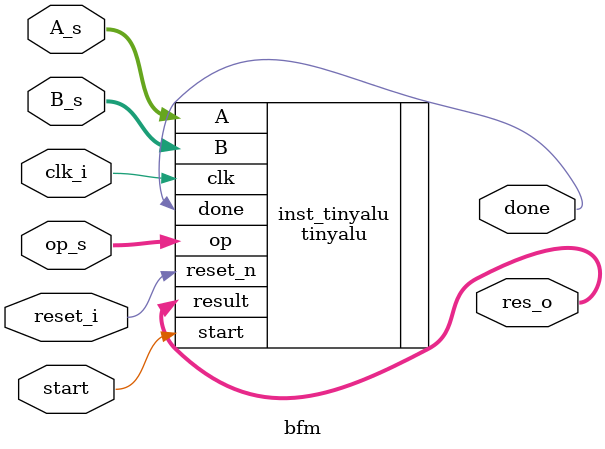
<source format=v>
`timescale 1ns/1ps

module bfm(
input   clk_i,
input   reset_i,
input   [7:0] A_s,
input   [7:0] B_s,
input   [2:0] op_s,
input   start,
output  done,
output  reg [15:0] res_o
);


tinyalu inst_tinyalu(
    .clk(clk_i),
    .A(A_s),
    .B(B_s),
    .op(op_s),
    .reset_n(reset_i),
    .start(start),
    .done(done),
    .result(res_o)
);


initial begin
    //$dumpfile("dump.vcd");
    //$dumpvars;
end

endmodule
</source>
